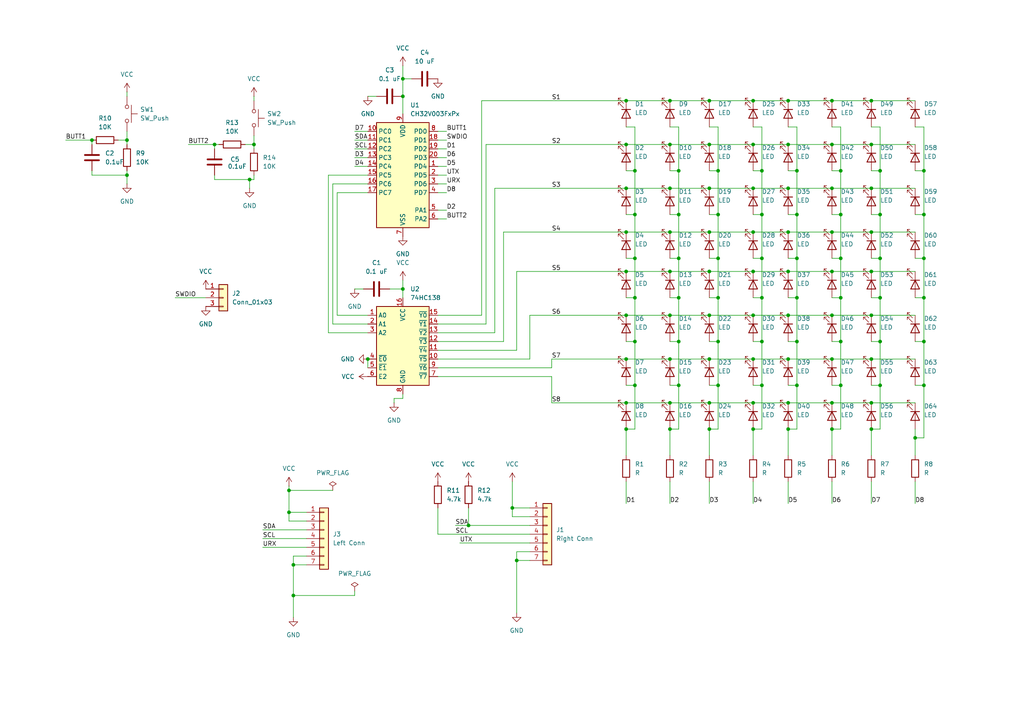
<source format=kicad_sch>
(kicad_sch (version 20250114) (generator "eeschema") (generator_version "9.0")
  (paper "A4")
  (lib_symbols
    (symbol "74xx:74HC138"
      (property "Reference" "U" (at -7.62 13.97 0))
      (property "Value" "74HC138" (at 2.54 -11.43 0))
      (symbol "74HC138_1_1"
        (pin input line (at -10.16 10.16 0) (length 2.54) (name "A0") (number "1"))
        (pin input line (at -10.16 7.62 0) (length 2.54) (name "A1") (number "2"))
        (pin input line (at -10.16 5.08 0) (length 2.54) (name "A2") (number "3"))
        (pin input line (at -10.16 -2.54 0) (length 2.54) (name "~{E0}") (number "4"))
        (pin input line (at -10.16 -5.08 0) (length 2.54) (name "~{E1}") (number "5"))
        (pin input line (at -10.16 -7.62 0) (length 2.54) (name "E2") (number "6"))
        (pin power_in line (at 0 15.24 270) (length 2.54) (name "VCC") (number "16"))
        (pin power_in line (at 0 -12.7 90) (length 2.54) (name "GND") (number "8"))
        (pin output line (at 10.16 10.16 180) (length 2.54) (name "~{Y0}") (number "15"))
        (pin output line (at 10.16 7.62 180) (length 2.54) (name "~{Y1}") (number "14"))
        (pin output line (at 10.16 5.08 180) (length 2.54) (name "~{Y2}") (number "13"))
        (pin output line (at 10.16 2.54 180) (length 2.54) (name "~{Y3}") (number "12"))
        (pin output line (at 10.16 0 180) (length 2.54) (name "~{Y4}") (number "11"))
        (pin output line (at 10.16 -2.54 180) (length 2.54) (name "~{Y5}") (number "10"))
        (pin output line (at 10.16 -5.08 180) (length 2.54) (name "~{Y6}") (number "9"))
        (pin output line (at 10.16 -7.62 180) (length 2.54) (name "~{Y7}") (number "7"))
      )
    )
    (symbol "Connector_Generic:Conn_01x03" (pin_names (offset 1.016) (hide yes))
      (property "Reference" "J" (at 0 5.08 0))
      (property "Value" "Conn_01x03" (at 0 -5.08 0))
      (symbol "Conn_01x03_1_1"
        (pin passive line (at -5.08 2.54 0) (length 3.81) (name "Pin_1") (number "1"))
        (pin passive line (at -5.08 0 0) (length 3.81) (name "Pin_2") (number "2"))
        (pin passive line (at -5.08 -2.54 0) (length 3.81) (name "Pin_3") (number "3"))
      )
    )
    (symbol "Connector_Generic:Conn_01x07" (pin_names (offset 1.016) (hide yes))
      (property "Reference" "J" (at 0 10.16 0))
      (property "Value" "Conn_01x07" (at 0 -10.16 0))
      (symbol "Conn_01x07_1_1"
        (pin passive line (at -5.08 7.62 0) (length 3.81) (name "Pin_1") (number "1"))
        (pin passive line (at -5.08 5.08 0) (length 3.81) (name "Pin_2") (number "2"))
        (pin passive line (at -5.08 2.54 0) (length 3.81) (name "Pin_3") (number "3"))
        (pin passive line (at -5.08 0 0) (length 3.81) (name "Pin_4") (number "4"))
        (pin passive line (at -5.08 -2.54 0) (length 3.81) (name "Pin_5") (number "5"))
        (pin passive line (at -5.08 -5.08 0) (length 3.81) (name "Pin_6") (number "6"))
        (pin passive line (at -5.08 -7.62 0) (length 3.81) (name "Pin_7") (number "7"))
      )
    )
    (symbol "Device:C" (pin_numbers (hide yes)) (pin_names (offset 0.254))
      (property "Reference" "C" (at 0.635 2.54 0))
      (property "Value" "C" (at 0.635 -2.54 0))
      (symbol "C_1_1"
        (pin passive line (at 0 3.81 270) (length 2.794) (name "~") (number "1"))
        (pin passive line (at 0 -3.81 90) (length 2.794) (name "~") (number "2"))
      )
    )
    (symbol "Device:LED" (pin_numbers (hide yes)) (pin_names (offset 1.016) (hide yes))
      (property "Reference" "D" (at 0 2.54 0))
      (property "Value" "LED" (at 0 -2.54 0))
      (symbol "LED_1_1"
        (pin passive line (at -3.81 0 0) (length 2.54) (name "K") (number "1"))
        (pin passive line (at 3.81 0 180) (length 2.54) (name "A") (number "2"))
      )
    )
    (symbol "Device:R" (pin_numbers (hide yes)) (pin_names (offset 0))
      (property "Reference" "R" (at 2.032 0 90))
      (property "Value" "R" (at 0 0 90))
      (symbol "R_1_1"
        (pin passive line (at 0 3.81 270) (length 1.27) (name "~") (number "1"))
        (pin passive line (at 0 -3.81 90) (length 1.27) (name "~") (number "2"))
      )
    )
    (symbol "MCU_WCH_CH32V0:CH32V003FxPx"
      (property "Reference" "U" (at -7.62 17.78 0))
      (property "Value" "CH32V003FxPx" (at 7.62 17.78 0))
      (symbol "CH32V003FxPx_1_1"
        (pin bidirectional line (at -10.16 12.7 0) (length 2.54) (name "PC0") (number "10"))
        (pin bidirectional line (at -10.16 10.16 0) (length 2.54) (name "PC1") (number "11"))
        (pin bidirectional line (at -10.16 7.62 0) (length 2.54) (name "PC2") (number "12"))
        (pin bidirectional line (at -10.16 5.08 0) (length 2.54) (name "PC3") (number "13"))
        (pin bidirectional line (at -10.16 2.54 0) (length 2.54) (name "PC4") (number "14"))
        (pin bidirectional line (at -10.16 0 0) (length 2.54) (name "PC5") (number "15"))
        (pin bidirectional line (at -10.16 -2.54 0) (length 2.54) (name "PC6") (number "16"))
        (pin bidirectional line (at -10.16 -5.08 0) (length 2.54) (name "PC7") (number "17"))
        (pin power_in line (at 0 17.78 270) (length 2.54) (name "VDD") (number "9"))
        (pin power_in line (at 0 -17.78 90) (length 2.54) (name "VSS") (number "7"))
        (pin bidirectional line (at 10.16 12.7 180) (length 2.54) (name "PD0") (number "8"))
        (pin bidirectional line (at 10.16 10.16 180) (length 2.54) (name "PD1") (number "18"))
        (pin bidirectional line (at 10.16 7.62 180) (length 2.54) (name "PD2") (number "19"))
        (pin bidirectional line (at 10.16 5.08 180) (length 2.54) (name "PD3") (number "20"))
        (pin bidirectional line (at 10.16 2.54 180) (length 2.54) (name "PD4") (number "1"))
        (pin bidirectional line (at 10.16 0 180) (length 2.54) (name "PD5") (number "2"))
        (pin bidirectional line (at 10.16 -2.54 180) (length 2.54) (name "PD6") (number "3"))
        (pin bidirectional line (at 10.16 -5.08 180) (length 2.54) (name "PD7") (number "4"))
        (pin bidirectional line (at 10.16 -10.16 180) (length 2.54) (name "PA1") (number "5"))
        (pin bidirectional line (at 10.16 -12.7 180) (length 2.54) (name "PA2") (number "6"))
      )
    )
    (symbol "Switch:SW_Push" (pin_numbers (hide yes)) (pin_names (offset 1.016) (hide yes))
      (property "Reference" "SW" (at 1.27 2.54 0))
      (property "Value" "SW_Push" (at 0 -1.524 0))
      (symbol "SW_Push_0_1"
        (pin passive line (at -5.08 0 0) (length 2.54) (name "1") (number "1"))
        (pin passive line (at 5.08 0 180) (length 2.54) (name "2") (number "2"))
      )
    )
    (symbol "power:GND" (power) (pin_numbers (hide yes)) (pin_names (offset 0) (hide yes))
      (property "Value" "GND" (at 0 -3.81 0))
      (symbol "GND_1_1"
        (pin power_in line (at 0 0 270) (length 0) (name "~") (number "1"))
      )
    )
    (symbol "power:PWR_FLAG" (power) (pin_numbers (hide yes)) (pin_names (offset 0) (hide yes))
      (property "Value" "PWR_FLAG" (at 0 3.81 0))
      (symbol "PWR_FLAG_0_0"
        (pin power_out line (at 0 0 90) (length 0) (name "~") (number "1"))
      )
    )
    (symbol "power:VCC" (power) (pin_numbers (hide yes)) (pin_names (offset 0) (hide yes))
      (property "Value" "VCC" (at 0 3.556 0))
      (symbol "VCC_1_1"
        (pin power_in line (at 0 0 90) (length 0) (name "~") (number "1"))
      )
    )
  )
  (junction (at 36.83 50.8))
  (junction (at 181.61 41.91))
  (junction (at 267.97 111.76))
  (junction (at 231.14 74.93))
  (junction (at 241.3 116.84))
  (junction (at 218.44 124.46))
  (junction (at 208.28 86.36))
  (junction (at 194.31 67.31))
  (junction (at 218.44 78.74))
  (junction (at 194.31 124.46))
  (junction (at 184.15 99.06))
  (junction (at 205.74 116.84))
  (junction (at 252.73 124.46))
  (junction (at 241.3 67.31))
  (junction (at 218.44 29.21))
  (junction (at 36.83 40.64))
  (junction (at 255.27 86.36))
  (junction (at 252.73 54.61))
  (junction (at 267.97 86.36))
  (junction (at 184.15 111.76))
  (junction (at 196.85 99.06))
  (junction (at 267.97 49.53))
  (junction (at 205.74 104.14))
  (junction (at 106.68 104.14))
  (junction (at 135.89 152.4))
  (junction (at 218.44 91.44))
  (junction (at 85.09 172.72))
  (junction (at 194.31 78.74))
  (junction (at 116.84 27.94))
  (junction (at 252.73 104.14))
  (junction (at 208.28 111.76))
  (junction (at 218.44 67.31))
  (junction (at 255.27 49.53))
  (junction (at 218.44 54.61))
  (junction (at 265.43 127))
  (junction (at 220.98 62.23))
  (junction (at 208.28 74.93))
  (junction (at 181.61 104.14))
  (junction (at 220.98 111.76))
  (junction (at 231.14 111.76))
  (junction (at 194.31 54.61))
  (junction (at 194.31 116.84))
  (junction (at 241.3 91.44))
  (junction (at 83.82 142.24))
  (junction (at 205.74 78.74))
  (junction (at 196.85 74.93))
  (junction (at 243.84 86.36))
  (junction (at 184.15 49.53))
  (junction (at 194.31 91.44))
  (junction (at 184.15 62.23))
  (junction (at 116.84 22.86))
  (junction (at 241.3 41.91))
  (junction (at 243.84 99.06))
  (junction (at 62.23 41.91))
  (junction (at 231.14 49.53))
  (junction (at 208.28 99.06))
  (junction (at 73.66 41.91))
  (junction (at 194.31 29.21))
  (junction (at 184.15 74.93))
  (junction (at 196.85 111.76))
  (junction (at 116.84 83.82))
  (junction (at 267.97 62.23))
  (junction (at 228.6 41.91))
  (junction (at 181.61 78.74))
  (junction (at 196.85 62.23))
  (junction (at 149.86 162.56))
  (junction (at 205.74 67.31))
  (junction (at 243.84 111.76))
  (junction (at 72.39 52.07))
  (junction (at 228.6 54.61))
  (junction (at 243.84 49.53))
  (junction (at 252.73 41.91))
  (junction (at 241.3 54.61))
  (junction (at 231.14 99.06))
  (junction (at 208.28 49.53))
  (junction (at 228.6 116.84))
  (junction (at 252.73 78.74))
  (junction (at 241.3 124.46))
  (junction (at 205.74 54.61))
  (junction (at 181.61 67.31))
  (junction (at 181.61 54.61))
  (junction (at 231.14 62.23))
  (junction (at 252.73 116.84))
  (junction (at 241.3 29.21))
  (junction (at 220.98 49.53))
  (junction (at 205.74 29.21))
  (junction (at 26.67 40.64))
  (junction (at 243.84 62.23))
  (junction (at 205.74 91.44))
  (junction (at 181.61 116.84))
  (junction (at 243.84 74.93))
  (junction (at 241.3 78.74))
  (junction (at 228.6 104.14))
  (junction (at 208.28 62.23))
  (junction (at 228.6 67.31))
  (junction (at 252.73 67.31))
  (junction (at 228.6 124.46))
  (junction (at 228.6 29.21))
  (junction (at 252.73 29.21))
  (junction (at 267.97 99.06))
  (junction (at 220.98 86.36))
  (junction (at 218.44 104.14))
  (junction (at 85.09 163.83))
  (junction (at 220.98 74.93))
  (junction (at 194.31 104.14))
  (junction (at 255.27 99.06))
  (junction (at 228.6 78.74))
  (junction (at 196.85 86.36))
  (junction (at 252.73 91.44))
  (junction (at 181.61 91.44))
  (junction (at 205.74 124.46))
  (junction (at 220.98 99.06))
  (junction (at 194.31 41.91))
  (junction (at 255.27 74.93))
  (junction (at 181.61 29.21))
  (junction (at 218.44 41.91))
  (junction (at 205.74 41.91))
  (junction (at 228.6 91.44))
  (junction (at 241.3 104.14))
  (junction (at 83.82 148.59))
  (junction (at 218.44 116.84))
  (junction (at 181.61 124.46))
  (junction (at 231.14 86.36))
  (junction (at 148.59 147.32))
  (junction (at 255.27 62.23))
  (junction (at 267.97 74.93))
  (junction (at 196.85 49.53))
  (junction (at 255.27 111.76))
  (junction (at 184.15 86.36))
  (wire (pts (xy 36.83 40.64) (xy 36.83 41.91)))
  (wire (pts (xy 231.14 62.23) (xy 231.14 49.53)))
  (wire (pts (xy 255.27 36.83) (xy 255.27 49.53)))
  (wire (pts (xy 265.43 139.7) (xy 265.43 146.05)))
  (wire (pts (xy 127 50.8) (xy 129.54 50.8)))
  (wire (pts (xy 196.85 86.36) (xy 196.85 74.93)))
  (wire (pts (xy 218.44 67.31) (xy 228.6 67.31)))
  (wire (pts (xy 83.82 140.97) (xy 83.82 142.24)))
  (wire (pts (xy 220.98 86.36) (xy 218.44 86.36)))
  (wire (pts (xy 127 109.22) (xy 160.02 109.22)))
  (wire (pts (xy 184.15 74.93) (xy 184.15 62.23)))
  (wire (pts (xy 116.84 27.94) (xy 116.84 33.02)))
  (wire (pts (xy 252.73 124.46) (xy 255.27 124.46)))
  (wire (pts (xy 127 101.6) (xy 149.86 101.6)))
  (wire (pts (xy 228.6 91.44) (xy 241.3 91.44)))
  (wire (pts (xy 71.12 41.91) (xy 73.66 41.91)))
  (wire (pts (xy 220.98 62.23) (xy 218.44 62.23)))
  (wire (pts (xy 220.98 36.83) (xy 218.44 36.83)))
  (wire (pts (xy 220.98 99.06) (xy 220.98 86.36)))
  (wire (pts (xy 231.14 111.76) (xy 231.14 99.06)))
  (wire (pts (xy 265.43 124.46) (xy 265.43 127)))
  (wire (pts (xy 83.82 148.59) (xy 83.82 151.13)))
  (wire (pts (xy 218.44 78.74) (xy 228.6 78.74)))
  (wire (pts (xy 252.73 67.31) (xy 265.43 67.31)))
  (wire (pts (xy 184.15 99.06) (xy 184.15 86.36)))
  (wire (pts (xy 252.73 78.74) (xy 265.43 78.74)))
  (wire (pts (xy 62.23 50.8) (xy 62.23 52.07)))
  (wire (pts (xy 95.25 50.8) (xy 106.68 50.8)))
  (wire (pts (xy 96.52 53.34) (xy 106.68 53.34)))
  (wire (pts (xy 83.82 148.59) (xy 88.9 148.59)))
  (wire (pts (xy 127 147.32) (xy 127 154.94)))
  (wire (pts (xy 243.84 74.93) (xy 243.84 62.23)))
  (wire (pts (xy 252.73 124.46) (xy 252.73 132.08)))
  (wire (pts (xy 208.28 86.36) (xy 208.28 74.93)))
  (wire (pts (xy 228.6 29.21) (xy 241.3 29.21)))
  (wire (pts (xy 231.14 49.53) (xy 231.14 36.83)))
  (wire (pts (xy 73.66 27.94) (xy 73.66 29.21)))
  (wire (pts (xy 146.05 99.06) (xy 146.05 67.31)))
  (wire (pts (xy 149.86 162.56) (xy 153.67 162.56)))
  (wire (pts (xy 194.31 67.31) (xy 205.74 67.31)))
  (wire (pts (xy 228.6 116.84) (xy 241.3 116.84)))
  (wire (pts (xy 220.98 124.46) (xy 220.98 111.76)))
  (wire (pts (xy 231.14 111.76) (xy 228.6 111.76)))
  (wire (pts (xy 220.98 74.93) (xy 220.98 62.23)))
  (wire (pts (xy 267.97 62.23) (xy 267.97 74.93)))
  (wire (pts (xy 34.29 40.64) (xy 36.83 40.64)))
  (wire (pts (xy 116.84 22.86) (xy 119.38 22.86)))
  (wire (pts (xy 265.43 111.76) (xy 267.97 111.76)))
  (wire (pts (xy 205.74 124.46) (xy 205.74 132.08)))
  (wire (pts (xy 127 45.72) (xy 129.54 45.72)))
  (wire (pts (xy 228.6 67.31) (xy 241.3 67.31)))
  (wire (pts (xy 241.3 29.21) (xy 252.73 29.21)))
  (wire (pts (xy 205.74 91.44) (xy 218.44 91.44)))
  (wire (pts (xy 184.15 111.76) (xy 184.15 99.06)))
  (wire (pts (xy 96.52 93.98) (xy 96.52 53.34)))
  (wire (pts (xy 265.43 49.53) (xy 267.97 49.53)))
  (wire (pts (xy 102.87 38.1) (xy 106.68 38.1)))
  (wire (pts (xy 220.98 86.36) (xy 220.98 74.93)))
  (wire (pts (xy 205.74 54.61) (xy 218.44 54.61)))
  (wire (pts (xy 243.84 124.46) (xy 243.84 111.76)))
  (wire (pts (xy 139.7 91.44) (xy 139.7 29.21)))
  (wire (pts (xy 231.14 36.83) (xy 228.6 36.83)))
  (wire (pts (xy 95.25 96.52) (xy 106.68 96.52)))
  (wire (pts (xy 194.31 78.74) (xy 205.74 78.74)))
  (wire (pts (xy 148.59 147.32) (xy 148.59 149.86)))
  (wire (pts (xy 243.84 86.36) (xy 243.84 74.93)))
  (wire (pts (xy 160.02 109.22) (xy 160.02 116.84)))
  (wire (pts (xy 127 96.52) (xy 143.51 96.52)))
  (wire (pts (xy 83.82 151.13) (xy 88.9 151.13)))
  (wire (pts (xy 143.51 54.61) (xy 181.61 54.61)))
  (wire (pts (xy 205.74 146.05) (xy 205.74 139.7)))
  (wire (pts (xy 228.6 104.14) (xy 241.3 104.14)))
  (wire (pts (xy 205.74 49.53) (xy 208.28 49.53)))
  (wire (pts (xy 127 55.88) (xy 129.54 55.88)))
  (wire (pts (xy 127 93.98) (xy 140.97 93.98)))
  (wire (pts (xy 243.84 62.23) (xy 243.84 49.53)))
  (wire (pts (xy 196.85 99.06) (xy 194.31 99.06)))
  (wire (pts (xy 54.61 41.91) (xy 62.23 41.91)))
  (wire (pts (xy 241.3 78.74) (xy 252.73 78.74)))
  (wire (pts (xy 196.85 49.53) (xy 196.85 36.83)))
  (wire (pts (xy 196.85 124.46) (xy 196.85 111.76)))
  (wire (pts (xy 196.85 62.23) (xy 194.31 62.23)))
  (wire (pts (xy 127 154.94) (xy 153.67 154.94)))
  (wire (pts (xy 149.86 160.02) (xy 149.86 162.56)))
  (wire (pts (xy 83.82 142.24) (xy 83.82 148.59)))
  (wire (pts (xy 132.08 152.4) (xy 135.89 152.4)))
  (wire (pts (xy 184.15 49.53) (xy 181.61 49.53)))
  (wire (pts (xy 208.28 111.76) (xy 205.74 111.76)))
  (wire (pts (xy 252.73 104.14) (xy 265.43 104.14)))
  (wire (pts (xy 97.79 55.88) (xy 97.79 91.44)))
  (wire (pts (xy 208.28 62.23) (xy 208.28 49.53)))
  (wire (pts (xy 196.85 62.23) (xy 196.85 49.53)))
  (wire (pts (xy 231.14 49.53) (xy 228.6 49.53)))
  (wire (pts (xy 181.61 41.91) (xy 194.31 41.91)))
  (wire (pts (xy 205.74 78.74) (xy 218.44 78.74)))
  (wire (pts (xy 194.31 139.7) (xy 194.31 146.05)))
  (wire (pts (xy 252.73 91.44) (xy 265.43 91.44)))
  (wire (pts (xy 149.86 162.56) (xy 149.86 177.8)))
  (wire (pts (xy 241.3 54.61) (xy 252.73 54.61)))
  (wire (pts (xy 181.61 67.31) (xy 194.31 67.31)))
  (wire (pts (xy 181.61 78.74) (xy 194.31 78.74)))
  (wire (pts (xy 220.98 111.76) (xy 218.44 111.76)))
  (wire (pts (xy 50.8 86.36) (xy 59.69 86.36)))
  (wire (pts (xy 116.84 19.05) (xy 116.84 22.86)))
  (wire (pts (xy 184.15 49.53) (xy 184.15 36.83)))
  (wire (pts (xy 116.84 115.57) (xy 116.84 114.3)))
  (wire (pts (xy 243.84 86.36) (xy 241.3 86.36)))
  (wire (pts (xy 220.98 99.06) (xy 218.44 99.06)))
  (wire (pts (xy 255.27 74.93) (xy 255.27 62.23)))
  (wire (pts (xy 255.27 49.53) (xy 252.73 49.53)))
  (wire (pts (xy 73.66 39.37) (xy 73.66 41.91)))
  (wire (pts (xy 102.87 83.82) (xy 105.41 83.82)))
  (wire (pts (xy 243.84 49.53) (xy 241.3 49.53)))
  (wire (pts (xy 196.85 74.93) (xy 194.31 74.93)))
  (wire (pts (xy 194.31 124.46) (xy 194.31 132.08)))
  (wire (pts (xy 72.39 52.07) (xy 72.39 54.61)))
  (wire (pts (xy 26.67 49.53) (xy 26.67 50.8)))
  (wire (pts (xy 220.98 111.76) (xy 220.98 99.06)))
  (wire (pts (xy 267.97 36.83) (xy 267.97 49.53)))
  (wire (pts (xy 181.61 91.44) (xy 194.31 91.44)))
  (wire (pts (xy 265.43 62.23) (xy 267.97 62.23)))
  (wire (pts (xy 196.85 99.06) (xy 196.85 86.36)))
  (wire (pts (xy 181.61 104.14) (xy 194.31 104.14)))
  (wire (pts (xy 76.2 156.21) (xy 88.9 156.21)))
  (wire (pts (xy 36.83 38.1) (xy 36.83 40.64)))
  (wire (pts (xy 194.31 124.46) (xy 196.85 124.46)))
  (wire (pts (xy 140.97 41.91) (xy 181.61 41.91)))
  (wire (pts (xy 241.3 124.46) (xy 243.84 124.46)))
  (wire (pts (xy 184.15 86.36) (xy 181.61 86.36)))
  (wire (pts (xy 265.43 86.36) (xy 267.97 86.36)))
  (wire (pts (xy 181.61 116.84) (xy 194.31 116.84)))
  (wire (pts (xy 252.73 29.21) (xy 265.43 29.21)))
  (wire (pts (xy 129.54 40.64) (xy 127 40.64)))
  (wire (pts (xy 208.28 74.93) (xy 208.28 62.23)))
  (wire (pts (xy 267.97 74.93) (xy 267.97 86.36)))
  (wire (pts (xy 85.09 163.83) (xy 85.09 172.72)))
  (wire (pts (xy 184.15 62.23) (xy 181.61 62.23)))
  (wire (pts (xy 243.84 111.76) (xy 243.84 99.06)))
  (wire (pts (xy 63.5 41.91) (xy 62.23 41.91)))
  (wire (pts (xy 97.79 55.88) (xy 106.68 55.88)))
  (wire (pts (xy 85.09 161.29) (xy 88.9 161.29)))
  (wire (pts (xy 208.28 74.93) (xy 205.74 74.93)))
  (wire (pts (xy 184.15 74.93) (xy 181.61 74.93)))
  (wire (pts (xy 265.43 99.06) (xy 267.97 99.06)))
  (wire (pts (xy 184.15 62.23) (xy 184.15 49.53)))
  (wire (pts (xy 252.73 116.84) (xy 265.43 116.84)))
  (wire (pts (xy 149.86 101.6) (xy 149.86 78.74)))
  (wire (pts (xy 208.28 111.76) (xy 208.28 99.06)))
  (wire (pts (xy 194.31 104.14) (xy 205.74 104.14)))
  (wire (pts (xy 228.6 146.05) (xy 228.6 139.7)))
  (wire (pts (xy 106.68 104.14) (xy 106.68 106.68)))
  (wire (pts (xy 218.44 41.91) (xy 228.6 41.91)))
  (wire (pts (xy 208.28 99.06) (xy 205.74 99.06)))
  (wire (pts (xy 73.66 52.07) (xy 72.39 52.07)))
  (wire (pts (xy 243.84 111.76) (xy 241.3 111.76)))
  (wire (pts (xy 267.97 49.53) (xy 267.97 62.23)))
  (wire (pts (xy 181.61 124.46) (xy 184.15 124.46)))
  (wire (pts (xy 252.73 111.76) (xy 255.27 111.76)))
  (wire (pts (xy 116.84 81.28) (xy 116.84 83.82)))
  (wire (pts (xy 85.09 172.72) (xy 85.09 179.07)))
  (wire (pts (xy 76.2 153.67) (xy 88.9 153.67)))
  (wire (pts (xy 148.59 149.86) (xy 153.67 149.86)))
  (wire (pts (xy 36.83 50.8) (xy 36.83 53.34)))
  (wire (pts (xy 218.44 29.21) (xy 228.6 29.21)))
  (wire (pts (xy 241.3 41.91) (xy 252.73 41.91)))
  (wire (pts (xy 26.67 40.64) (xy 26.67 41.91)))
  (wire (pts (xy 96.52 93.98) (xy 106.68 93.98)))
  (wire (pts (xy 127 91.44) (xy 139.7 91.44)))
  (wire (pts (xy 149.86 160.02) (xy 153.67 160.02)))
  (wire (pts (xy 85.09 161.29) (xy 85.09 163.83)))
  (wire (pts (xy 153.67 104.14) (xy 153.67 91.44)))
  (wire (pts (xy 218.44 146.05) (xy 218.44 139.7)))
  (wire (pts (xy 184.15 36.83) (xy 181.61 36.83)))
  (wire (pts (xy 205.74 67.31) (xy 218.44 67.31)))
  (wire (pts (xy 218.44 124.46) (xy 218.44 132.08)))
  (wire (pts (xy 97.79 91.44) (xy 106.68 91.44)))
  (wire (pts (xy 135.89 152.4) (xy 153.67 152.4)))
  (wire (pts (xy 127 38.1) (xy 129.54 38.1)))
  (wire (pts (xy 243.84 99.06) (xy 241.3 99.06)))
  (wire (pts (xy 255.27 111.76) (xy 255.27 99.06)))
  (wire (pts (xy 228.6 124.46) (xy 231.14 124.46)))
  (wire (pts (xy 148.59 139.7) (xy 148.59 147.32)))
  (wire (pts (xy 267.97 111.76) (xy 267.97 127)))
  (wire (pts (xy 96.52 142.24) (xy 83.82 142.24)))
  (wire (pts (xy 127 99.06) (xy 146.05 99.06)))
  (wire (pts (xy 148.59 147.32) (xy 153.67 147.32)))
  (wire (pts (xy 265.43 36.83) (xy 267.97 36.83)))
  (wire (pts (xy 241.3 124.46) (xy 241.3 132.08)))
  (wire (pts (xy 267.97 99.06) (xy 267.97 111.76)))
  (wire (pts (xy 196.85 111.76) (xy 196.85 99.06)))
  (wire (pts (xy 116.84 22.86) (xy 116.84 27.94)))
  (wire (pts (xy 139.7 29.21) (xy 181.61 29.21)))
  (wire (pts (xy 218.44 104.14) (xy 228.6 104.14)))
  (wire (pts (xy 231.14 99.06) (xy 228.6 99.06)))
  (wire (pts (xy 194.31 29.21) (xy 205.74 29.21)))
  (wire (pts (xy 205.74 41.91) (xy 218.44 41.91)))
  (wire (pts (xy 194.31 41.91) (xy 205.74 41.91)))
  (wire (pts (xy 255.27 49.53) (xy 255.27 62.23)))
  (wire (pts (xy 194.31 116.84) (xy 205.74 116.84)))
  (wire (pts (xy 196.85 49.53) (xy 194.31 49.53)))
  (wire (pts (xy 129.54 60.96) (xy 127 60.96)))
  (wire (pts (xy 76.2 158.75) (xy 88.9 158.75)))
  (wire (pts (xy 208.28 62.23) (xy 205.74 62.23)))
  (wire (pts (xy 106.68 27.94) (xy 109.22 27.94)))
  (wire (pts (xy 208.28 36.83) (xy 205.74 36.83)))
  (wire (pts (xy 220.98 49.53) (xy 218.44 49.53)))
  (wire (pts (xy 181.61 124.46) (xy 181.61 132.08)))
  (wire (pts (xy 196.85 111.76) (xy 194.31 111.76)))
  (wire (pts (xy 241.3 116.84) (xy 252.73 116.84)))
  (wire (pts (xy 19.05 40.64) (xy 26.67 40.64)))
  (wire (pts (xy 252.73 99.06) (xy 255.27 99.06)))
  (wire (pts (xy 85.09 163.83) (xy 88.9 163.83)))
  (wire (pts (xy 218.44 91.44) (xy 228.6 91.44)))
  (wire (pts (xy 252.73 146.05) (xy 252.73 139.7)))
  (wire (pts (xy 62.23 41.91) (xy 62.23 43.18)))
  (wire (pts (xy 102.87 40.64) (xy 106.68 40.64)))
  (wire (pts (xy 116.84 83.82) (xy 116.84 86.36)))
  (wire (pts (xy 184.15 99.06) (xy 181.61 99.06)))
  (wire (pts (xy 220.98 49.53) (xy 220.98 36.83)))
  (wire (pts (xy 243.84 62.23) (xy 241.3 62.23)))
  (wire (pts (xy 231.14 99.06) (xy 231.14 86.36)))
  (wire (pts (xy 231.14 86.36) (xy 228.6 86.36)))
  (wire (pts (xy 62.23 52.07) (xy 72.39 52.07)))
  (wire (pts (xy 267.97 127) (xy 265.43 127)))
  (wire (pts (xy 205.74 104.14) (xy 218.44 104.14)))
  (wire (pts (xy 265.43 127) (xy 265.43 132.08)))
  (wire (pts (xy 218.44 124.46) (xy 220.98 124.46)))
  (wire (pts (xy 231.14 124.46) (xy 231.14 111.76)))
  (wire (pts (xy 231.14 86.36) (xy 231.14 74.93)))
  (wire (pts (xy 184.15 111.76) (xy 181.61 111.76)))
  (wire (pts (xy 208.28 124.46) (xy 208.28 111.76)))
  (wire (pts (xy 143.51 96.52) (xy 143.51 54.61)))
  (wire (pts (xy 205.74 116.84) (xy 218.44 116.84)))
  (wire (pts (xy 218.44 116.84) (xy 228.6 116.84)))
  (wire (pts (xy 243.84 99.06) (xy 243.84 86.36)))
  (wire (pts (xy 243.84 49.53) (xy 243.84 36.83)))
  (wire (pts (xy 146.05 67.31) (xy 181.61 67.31)))
  (wire (pts (xy 205.74 29.21) (xy 218.44 29.21)))
  (wire (pts (xy 135.89 147.32) (xy 135.89 152.4)))
  (wire (pts (xy 265.43 74.93) (xy 267.97 74.93)))
  (wire (pts (xy 140.97 93.98) (xy 140.97 41.91)))
  (wire (pts (xy 102.87 172.72) (xy 102.87 171.45)))
  (wire (pts (xy 129.54 43.18) (xy 127 43.18)))
  (wire (pts (xy 252.73 74.93) (xy 255.27 74.93)))
  (wire (pts (xy 184.15 124.46) (xy 184.15 111.76)))
  (wire (pts (xy 95.25 50.8) (xy 95.25 96.52)))
  (wire (pts (xy 231.14 62.23) (xy 228.6 62.23)))
  (wire (pts (xy 220.98 74.93) (xy 218.44 74.93)))
  (wire (pts (xy 196.85 74.93) (xy 196.85 62.23)))
  (wire (pts (xy 181.61 54.61) (xy 194.31 54.61)))
  (wire (pts (xy 243.84 36.83) (xy 241.3 36.83)))
  (wire (pts (xy 160.02 116.84) (xy 181.61 116.84)))
  (wire (pts (xy 231.14 74.93) (xy 228.6 74.93)))
  (wire (pts (xy 255.27 99.06) (xy 255.27 86.36)))
  (wire (pts (xy 127 104.14) (xy 153.67 104.14)))
  (wire (pts (xy 267.97 86.36) (xy 267.97 99.06)))
  (wire (pts (xy 102.87 43.18) (xy 106.68 43.18)))
  (wire (pts (xy 153.67 91.44) (xy 181.61 91.44)))
  (wire (pts (xy 181.61 29.21) (xy 194.31 29.21)))
  (wire (pts (xy 73.66 50.8) (xy 73.66 52.07)))
  (wire (pts (xy 252.73 36.83) (xy 255.27 36.83)))
  (wire (pts (xy 160.02 106.68) (xy 160.02 104.14)))
  (wire (pts (xy 113.03 83.82) (xy 116.84 83.82)))
  (wire (pts (xy 102.87 48.26) (xy 106.68 48.26)))
  (wire (pts (xy 255.27 86.36) (xy 255.27 74.93)))
  (wire (pts (xy 205.74 124.46) (xy 208.28 124.46)))
  (wire (pts (xy 252.73 62.23) (xy 255.27 62.23)))
  (wire (pts (xy 231.14 74.93) (xy 231.14 62.23)))
  (wire (pts (xy 133.35 157.48) (xy 153.67 157.48)))
  (wire (pts (xy 194.31 54.61) (xy 205.74 54.61)))
  (wire (pts (xy 241.3 139.7) (xy 241.3 146.05)))
  (wire (pts (xy 36.83 26.67) (xy 36.83 27.94)))
  (wire (pts (xy 255.27 124.46) (xy 255.27 111.76)))
  (wire (pts (xy 160.02 104.14) (xy 181.61 104.14)))
  (wire (pts (xy 208.28 99.06) (xy 208.28 86.36)))
  (wire (pts (xy 208.28 49.53) (xy 208.28 36.83)))
  (wire (pts (xy 252.73 86.36) (xy 255.27 86.36)))
  (wire (pts (xy 196.85 86.36) (xy 194.31 86.36)))
  (wire (pts (xy 252.73 41.91) (xy 265.43 41.91)))
  (wire (pts (xy 73.66 41.91) (xy 73.66 43.18)))
  (wire (pts (xy 228.6 124.46) (xy 228.6 132.08)))
  (wire (pts (xy 149.86 78.74) (xy 181.61 78.74)))
  (wire (pts (xy 127 106.68) (xy 160.02 106.68)))
  (wire (pts (xy 252.73 54.61) (xy 265.43 54.61)))
  (wire (pts (xy 194.31 91.44) (xy 205.74 91.44)))
  (wire (pts (xy 127 48.26) (xy 129.54 48.26)))
  (wire (pts (xy 228.6 78.74) (xy 241.3 78.74)))
  (wire (pts (xy 241.3 104.14) (xy 252.73 104.14)))
  (wire (pts (xy 181.61 146.05) (xy 181.61 139.7)))
  (wire (pts (xy 102.87 172.72) (xy 85.09 172.72)))
  (wire (pts (xy 26.67 50.8) (xy 36.83 50.8)))
  (wire (pts (xy 208.28 86.36) (xy 205.74 86.36)))
  (wire (pts (xy 114.3 115.57) (xy 114.3 116.84)))
  (wire (pts (xy 228.6 41.91) (xy 241.3 41.91)))
  (wire (pts (xy 218.44 54.61) (xy 228.6 54.61)))
  (wire (pts (xy 243.84 74.93) (xy 241.3 74.93)))
  (wire (pts (xy 102.87 45.72) (xy 106.68 45.72)))
  (wire (pts (xy 228.6 54.61) (xy 241.3 54.61)))
  (wire (pts (xy 196.85 36.83) (xy 194.31 36.83)))
  (wire (pts (xy 184.15 86.36) (xy 184.15 74.93)))
  (wire (pts (xy 127 53.34) (xy 129.54 53.34)))
  (wire (pts (xy 241.3 67.31) (xy 252.73 67.31)))
  (wire (pts (xy 127 63.5) (xy 129.54 63.5)))
  (wire (pts (xy 241.3 91.44) (xy 252.73 91.44)))
  (wire (pts (xy 220.98 62.23) (xy 220.98 49.53)))
  (wire (pts (xy 114.3 115.57) (xy 116.84 115.57)))
  (wire (pts (xy 36.83 49.53) (xy 36.83 50.8)))
  (label "BUTT2" (at 129.54 63.5 0))
  (label "D5" (at 228.6 146.05 0))
  (label "D8" (at 265.43 146.05 0))
  (label "S6" (at 160.02 91.44 0))
  (label "SDA" (at 132.08 152.4 0))
  (label "D7" (at 102.87 38.1 0))
  (label "BUTT2" (at 54.61 41.91 0))
  (label "D2" (at 194.31 146.05 0))
  (label "BUTT1" (at 19.05 40.64 0))
  (label "UTX" (at 129.54 50.8 0))
  (label "S5" (at 160.02 78.74 0))
  (label "D3" (at 102.87 45.72 0))
  (label "S8" (at 160.02 116.84 0))
  (label "SCL" (at 102.87 43.18 0))
  (label "SDA" (at 76.2 153.67 0))
  (label "D1" (at 181.61 146.05 0))
  (label "URX" (at 76.2 158.75 0))
  (label "SWDIO" (at 129.54 40.64 0))
  (label "D4" (at 102.87 48.26 0))
  (label "UTX" (at 133.35 157.48 0))
  (label "S3" (at 160.02 54.61 0))
  (label "D7" (at 252.73 146.05 0))
  (label "D2" (at 129.54 60.96 0))
  (label "D1" (at 129.54 43.18 0))
  (label "SDA" (at 102.87 40.64 0))
  (label "SCL" (at 132.08 154.94 0))
  (label "S7" (at 160.02 104.14 0))
  (label "URX" (at 129.54 53.34 0))
  (label "D6" (at 241.3 146.05 0))
  (label "SWDIO" (at 50.8 86.36 0))
  (label "S2" (at 160.02 41.91 0))
  (label "D3" (at 205.74 146.05 0))
  (label "D4" (at 218.44 146.05 0))
  (label "D6" (at 129.54 45.72 0))
  (label "BUTT1" (at 129.54 38.1 0))
  (label "S4" (at 160.02 67.31 0))
  (label "D8" (at 129.54 55.88 0))
  (label "SCL" (at 76.2 156.21 0))
  (label "S1" (at 160.02 29.21 0))
  (label "D5" (at 129.54 48.26 0))
  (symbol (lib_id "Device:LED") (at 205.74 45.72 270) (unit 1)
    (property "Reference" "D18" (at 208.28 42.8624 90) (effects (justify left)))
    (property "Value" "LED" (at 208.28 45.4024 90) (effects (justify left)))
    (property "Footprint" "LED_SMD:LED_0805_2012Metric" (effects (hide yes)))
    (property "Description" "Light emitting diode" (effects (hide yes)))
    (property "Sim.Pins" "1=K 2=A" (effects (hide yes)))
  )
  (symbol (lib_id "Device:LED") (at 205.74 71.12 270) (unit 1)
    (property "Reference" "D20" (at 208.28 68.2624 90) (effects (justify left)))
    (property "Value" "LED" (at 208.28 70.8024 90) (effects (justify left)))
    (property "Footprint" "LED_SMD:LED_0805_2012Metric" (effects (hide yes)))
    (property "Description" "Light emitting diode" (effects (hide yes)))
    (property "Sim.Pins" "1=K 2=A" (effects (hide yes)))
  )
  (symbol (lib_id "Connector_Generic:Conn_01x07") (at 158.75 154.94 0) (unit 1)
    (property "Reference" "J1" (at 161.29 153.6699 0) (effects (justify left)))
    (property "Value" "Right Conn" (at 161.29 156.2099 0) (effects (justify left)))
    (property "Footprint" "Connector_PinHeader_2.54mm:PinHeader_1x07_P2.54mm_Vertical" (effects (hide yes)))
    (property "Description" "Generic connector, single row, 01x07, script generated (kicad-library-utils/schlib/autogen/connector/)" (effects (hide yes)))
  )
  (symbol (lib_id "Device:LED") (at 205.74 107.95 270) (unit 1)
    (property "Reference" "D23" (at 208.28 105.0924 90) (effects (justify left)))
    (property "Value" "LED" (at 208.28 107.6324 90) (effects (justify left)))
    (property "Footprint" "LED_SMD:LED_0805_2012Metric" (effects (hide yes)))
    (property "Description" "Light emitting diode" (effects (hide yes)))
    (property "Sim.Pins" "1=K 2=A" (effects (hide yes)))
  )
  (symbol (lib_id "Device:C") (at 113.03 27.94 90) (unit 1)
    (property "Reference" "C3" (at 113.03 20.32 90))
    (property "Value" "0.1 uF" (at 113.03 22.86 90))
    (property "Footprint" "Capacitor_SMD:C_0805_2012Metric_Pad1.18x1.45mm_HandSolder" (effects (hide yes)))
    (property "Description" "bypass capacitor" (effects (hide yes)))
  )
  (symbol (lib_id "Device:LED") (at 241.3 33.02 270) (unit 1)
    (property "Reference" "D41" (at 243.84 30.1624 90) (effects (justify left)))
    (property "Value" "LED" (at 243.84 32.7024 90) (effects (justify left)))
    (property "Footprint" "LED_SMD:LED_0805_2012Metric" (effects (hide yes)))
    (property "Description" "Light emitting diode" (effects (hide yes)))
    (property "Sim.Pins" "1=K 2=A" (effects (hide yes)))
  )
  (symbol (lib_id "Device:LED") (at 194.31 71.12 270) (unit 1)
    (property "Reference" "D12" (at 196.85 68.2624 90) (effects (justify left)))
    (property "Value" "LED" (at 196.85 70.8024 90) (effects (justify left)))
    (property "Footprint" "LED_SMD:LED_0805_2012Metric" (effects (hide yes)))
    (property "Description" "Light emitting diode" (effects (hide yes)))
    (property "Sim.Pins" "1=K 2=A" (effects (hide yes)))
  )
  (symbol (lib_id "Device:R") (at 127 143.51 0) (unit 1)
    (property "Reference" "R11" (at 129.54 142.2399 0) (effects (justify left)))
    (property "Value" "4.7k" (at 129.54 144.7799 0) (effects (justify left)))
    (property "Footprint" "Resistor_SMD:R_0805_2012Metric_Pad1.20x1.40mm_HandSolder" (effects (hide yes)))
    (property "Description" "Resistor" (effects (hide yes)))
  )
  (symbol (lib_id "power:GND") (at 59.69 88.9 0) (unit 1)
    (property "Reference" "#PWR021" (effects (hide yes)))
    (property "Value" "GND" (at 59.69 93.98 0))
    (property "Description" "Power symbol creates a global label with name \"GND\" , ground" (effects (hide yes)))
  )
  (symbol (lib_id "power:GND") (at 116.84 68.58 0) (unit 1)
    (property "Reference" "#PWR06" (effects (hide yes)))
    (property "Value" "GND" (at 116.84 73.66 0))
    (property "Description" "Power symbol creates a global label with name \"GND\" , ground" (effects (hide yes)))
  )
  (symbol (lib_id "Device:LED") (at 241.3 45.72 270) (unit 1)
    (property "Reference" "D42" (at 243.84 42.8624 90) (effects (justify left)))
    (property "Value" "LED" (at 243.84 45.4024 90) (effects (justify left)))
    (property "Footprint" "LED_SMD:LED_0805_2012Metric" (effects (hide yes)))
    (property "Description" "Light emitting diode" (effects (hide yes)))
    (property "Sim.Pins" "1=K 2=A" (effects (hide yes)))
  )
  (symbol (lib_id "Device:LED") (at 181.61 82.55 270) (unit 1)
    (property "Reference" "D5" (at 184.15 79.6924 90) (effects (justify left)))
    (property "Value" "LED" (at 184.15 82.2324 90) (effects (justify left)))
    (property "Footprint" "LED_SMD:LED_0805_2012Metric" (effects (hide yes)))
    (property "Description" "Light emitting diode" (effects (hide yes)))
    (property "Sim.Pins" "1=K 2=A" (effects (hide yes)))
  )
  (symbol (lib_id "Device:LED") (at 218.44 120.65 270) (unit 1)
    (property "Reference" "D32" (at 220.98 117.7924 90) (effects (justify left)))
    (property "Value" "LED" (at 220.98 120.3324 90) (effects (justify left)))
    (property "Footprint" "LED_SMD:LED_0805_2012Metric" (effects (hide yes)))
    (property "Description" "Light emitting diode" (effects (hide yes)))
    (property "Sim.Pins" "1=K 2=A" (effects (hide yes)))
  )
  (symbol (lib_id "Device:R") (at 218.44 135.89 0) (unit 1)
    (property "Reference" "R4" (at 220.98 134.6199 0) (effects (justify left)))
    (property "Value" "R" (at 220.98 137.1599 0) (effects (justify left)))
    (property "Footprint" "Resistor_SMD:R_0805_2012Metric_Pad1.20x1.40mm_HandSolder" (effects (hide yes)))
    (property "Description" "Resistor" (effects (hide yes)))
  )
  (symbol (lib_id "Device:LED") (at 218.44 45.72 270) (unit 1)
    (property "Reference" "D26" (at 220.98 42.8624 90) (effects (justify left)))
    (property "Value" "LED" (at 220.98 45.4024 90) (effects (justify left)))
    (property "Footprint" "LED_SMD:LED_0805_2012Metric" (effects (hide yes)))
    (property "Description" "Light emitting diode" (effects (hide yes)))
    (property "Sim.Pins" "1=K 2=A" (effects (hide yes)))
  )
  (symbol (lib_id "Device:LED") (at 205.74 120.65 270) (unit 1)
    (property "Reference" "D24" (at 208.28 117.7924 90) (effects (justify left)))
    (property "Value" "LED" (at 208.28 120.3324 90) (effects (justify left)))
    (property "Footprint" "LED_SMD:LED_0805_2012Metric" (effects (hide yes)))
    (property "Description" "Light emitting diode" (effects (hide yes)))
    (property "Sim.Pins" "1=K 2=A" (effects (hide yes)))
  )
  (symbol (lib_id "power:VCC") (at 59.69 83.82 0) (unit 1)
    (property "Reference" "#PWR020" (effects (hide yes)))
    (property "Value" "VCC" (at 59.69 78.74 0))
    (property "Description" "Power symbol creates a global label with name \"VCC\"" (effects (hide yes)))
  )
  (symbol (lib_id "power:VCC") (at 135.89 139.7 0) (unit 1)
    (property "Reference" "#PWR012" (effects (hide yes)))
    (property "Value" "VCC" (at 135.89 134.62 0))
    (property "Description" "Power symbol creates a global label with name \"VCC\"" (effects (hide yes)))
  )
  (symbol (lib_id "power:GND") (at 72.39 54.61 0) (unit 1)
    (property "Reference" "#PWR019" (effects (hide yes)))
    (property "Value" "GND" (at 72.39 59.69 0))
    (property "Description" "Power symbol creates a global label with name \"GND\" , ground" (effects (hide yes)))
  )
  (symbol (lib_id "Device:LED") (at 252.73 71.12 270) (unit 1)
    (property "Reference" "D52" (at 255.27 68.2624 90) (effects (justify left)))
    (property "Value" "LED" (at 255.27 70.8024 90) (effects (justify left)))
    (property "Footprint" "LED_SMD:LED_0805_2012Metric" (effects (hide yes)))
    (property "Description" "Light emitting diode" (effects (hide yes)))
    (property "Sim.Pins" "1=K 2=A" (effects (hide yes)))
  )
  (symbol (lib_id "Device:LED") (at 194.31 58.42 270) (unit 1)
    (property "Reference" "D11" (at 196.85 55.5624 90) (effects (justify left)))
    (property "Value" "LED" (at 196.85 58.1024 90) (effects (justify left)))
    (property "Footprint" "LED_SMD:LED_0805_2012Metric" (effects (hide yes)))
    (property "Description" "Light emitting diode" (effects (hide yes)))
    (property "Sim.Pins" "1=K 2=A" (effects (hide yes)))
  )
  (symbol (lib_id "power:VCC") (at 148.59 139.7 0) (unit 1)
    (property "Reference" "#PWR08" (effects (hide yes)))
    (property "Value" "VCC" (at 148.59 134.62 0))
    (property "Description" "Power symbol creates a global label with name \"VCC\"" (effects (hide yes)))
  )
  (symbol (lib_id "Device:LED") (at 252.73 95.25 270) (unit 1)
    (property "Reference" "D54" (at 255.27 92.3924 90) (effects (justify left)))
    (property "Value" "LED" (at 255.27 94.9324 90) (effects (justify left)))
    (property "Footprint" "LED_SMD:LED_0805_2012Metric" (effects (hide yes)))
    (property "Description" "Light emitting diode" (effects (hide yes)))
    (property "Sim.Pins" "1=K 2=A" (effects (hide yes)))
  )
  (symbol (lib_id "Device:R") (at 135.89 143.51 0) (unit 1)
    (property "Reference" "R12" (at 138.43 142.2399 0) (effects (justify left)))
    (property "Value" "4.7k" (at 138.43 144.7799 0) (effects (justify left)))
    (property "Footprint" "Resistor_SMD:R_0805_2012Metric_Pad1.20x1.40mm_HandSolder" (effects (hide yes)))
    (property "Description" "Resistor" (effects (hide yes)))
  )
  (symbol (lib_id "power:VCC") (at 106.68 109.22 90) (unit 1)
    (property "Reference" "#PWR04" (effects (hide yes)))
    (property "Value" "VCC" (at 102.87 109.2199 90) (effects (justify left)))
    (property "Description" "Power symbol creates a global label with name \"VCC\"" (effects (hide yes)))
  )
  (symbol (lib_id "Device:LED") (at 228.6 107.95 270) (unit 1)
    (property "Reference" "D39" (at 231.14 105.0924 90) (effects (justify left)))
    (property "Value" "LED" (at 231.14 107.6324 90) (effects (justify left)))
    (property "Footprint" "LED_SMD:LED_0805_2012Metric" (effects (hide yes)))
    (property "Description" "Light emitting diode" (effects (hide yes)))
    (property "Sim.Pins" "1=K 2=A" (effects (hide yes)))
  )
  (symbol (lib_id "Device:C") (at 26.67 45.72 0) (unit 1)
    (property "Reference" "C2" (at 30.48 44.4499 0) (effects (justify left)))
    (property "Value" "0.1uF" (at 30.48 46.9899 0) (effects (justify left)))
    (property "Footprint" "Capacitor_SMD:C_0805_2012Metric_Pad1.18x1.45mm_HandSolder" (effects (hide yes)))
    (property "Description" "Unpolarized capacitor" (effects (hide yes)))
  )
  (symbol (lib_id "Device:LED") (at 181.61 95.25 270) (unit 1)
    (property "Reference" "D6" (at 184.15 92.3924 90) (effects (justify left)))
    (property "Value" "LED" (at 184.15 94.9324 90) (effects (justify left)))
    (property "Footprint" "LED_SMD:LED_0805_2012Metric" (effects (hide yes)))
    (property "Description" "Light emitting diode" (effects (hide yes)))
    (property "Sim.Pins" "1=K 2=A" (effects (hide yes)))
  )
  (symbol (lib_id "Device:LED") (at 218.44 107.95 270) (unit 1)
    (property "Reference" "D31" (at 220.98 105.0924 90) (effects (justify left)))
    (property "Value" "LED" (at 220.98 107.6324 90) (effects (justify left)))
    (property "Footprint" "LED_SMD:LED_0805_2012Metric" (effects (hide yes)))
    (property "Description" "Light emitting diode" (effects (hide yes)))
    (property "Sim.Pins" "1=K 2=A" (effects (hide yes)))
  )
  (symbol (lib_id "Device:LED") (at 252.73 33.02 270) (unit 1)
    (property "Reference" "D49" (at 255.27 30.1624 90) (effects (justify left)))
    (property "Value" "LED" (at 255.27 32.7024 90) (effects (justify left)))
    (property "Footprint" "LED_SMD:LED_0805_2012Metric" (effects (hide yes)))
    (property "Description" "Light emitting diode" (effects (hide yes)))
    (property "Sim.Pins" "1=K 2=A" (effects (hide yes)))
  )
  (symbol (lib_id "Device:LED") (at 194.31 120.65 270) (unit 1)
    (property "Reference" "D16" (at 196.85 117.7924 90) (effects (justify left)))
    (property "Value" "LED" (at 196.85 120.3324 90) (effects (justify left)))
    (property "Footprint" "LED_SMD:LED_0805_2012Metric" (effects (hide yes)))
    (property "Description" "Light emitting diode" (effects (hide yes)))
    (property "Sim.Pins" "1=K 2=A" (effects (hide yes)))
  )
  (symbol (lib_id "Device:R") (at 252.73 135.89 0) (unit 1)
    (property "Reference" "R7" (at 255.27 134.6199 0) (effects (justify left)))
    (property "Value" "R" (at 255.27 137.1599 0) (effects (justify left)))
    (property "Footprint" "Resistor_SMD:R_0805_2012Metric_Pad1.20x1.40mm_HandSolder" (effects (hide yes)))
    (property "Description" "Resistor" (effects (hide yes)))
  )
  (symbol (lib_id "Device:LED") (at 241.3 120.65 270) (unit 1)
    (property "Reference" "D48" (at 243.84 117.7924 90) (effects (justify left)))
    (property "Value" "LED" (at 243.84 120.3324 90) (effects (justify left)))
    (property "Footprint" "LED_SMD:LED_0805_2012Metric" (effects (hide yes)))
    (property "Description" "Light emitting diode" (effects (hide yes)))
    (property "Sim.Pins" "1=K 2=A" (effects (hide yes)))
  )
  (symbol (lib_id "Device:LED") (at 205.74 82.55 270) (unit 1)
    (property "Reference" "D21" (at 208.28 79.6924 90) (effects (justify left)))
    (property "Value" "LED" (at 208.28 82.2324 90) (effects (justify left)))
    (property "Footprint" "LED_SMD:LED_0805_2012Metric" (effects (hide yes)))
    (property "Description" "Light emitting diode" (effects (hide yes)))
    (property "Sim.Pins" "1=K 2=A" (effects (hide yes)))
  )
  (symbol (lib_id "Device:R") (at 241.3 135.89 0) (unit 1)
    (property "Reference" "R6" (at 243.84 134.6199 0) (effects (justify left)))
    (property "Value" "R" (at 243.84 137.1599 0) (effects (justify left)))
    (property "Footprint" "Resistor_SMD:R_0805_2012Metric_Pad1.20x1.40mm_HandSolder" (effects (hide yes)))
    (property "Description" "Resistor" (effects (hide yes)))
  )
  (symbol (lib_id "Device:LED") (at 265.43 107.95 270) (unit 1)
    (property "Reference" "D63" (at 267.97 105.0924 90) (effects (justify left)))
    (property "Value" "LED" (at 267.97 107.6324 90) (effects (justify left)))
    (property "Footprint" "LED_SMD:LED_0805_2012Metric" (effects (hide yes)))
    (property "Description" "Light emitting diode" (effects (hide yes)))
    (property "Sim.Pins" "1=K 2=A" (effects (hide yes)))
  )
  (symbol (lib_id "Device:LED") (at 265.43 58.42 270) (unit 1)
    (property "Reference" "D59" (at 267.97 55.5624 90) (effects (justify left)))
    (property "Value" "LED" (at 267.97 58.1024 90) (effects (justify left)))
    (property "Footprint" "LED_SMD:LED_0805_2012Metric" (effects (hide yes)))
    (property "Description" "Light emitting diode" (effects (hide yes)))
    (property "Sim.Pins" "1=K 2=A" (effects (hide yes)))
  )
  (symbol (lib_id "Device:LED") (at 228.6 71.12 270) (unit 1)
    (property "Reference" "D36" (at 231.14 68.2624 90) (effects (justify left)))
    (property "Value" "LED" (at 231.14 70.8024 90) (effects (justify left)))
    (property "Footprint" "LED_SMD:LED_0805_2012Metric" (effects (hide yes)))
    (property "Description" "Light emitting diode" (effects (hide yes)))
    (property "Sim.Pins" "1=K 2=A" (effects (hide yes)))
  )
  (symbol (lib_id "Device:LED") (at 241.3 95.25 270) (unit 1)
    (property "Reference" "D46" (at 243.84 92.3924 90) (effects (justify left)))
    (property "Value" "LED" (at 243.84 94.9324 90) (effects (justify left)))
    (property "Footprint" "LED_SMD:LED_0805_2012Metric" (effects (hide yes)))
    (property "Description" "Light emitting diode" (effects (hide yes)))
    (property "Sim.Pins" "1=K 2=A" (effects (hide yes)))
  )
  (symbol (lib_id "Device:C") (at 62.23 46.99 0) (unit 1)
    (property "Reference" "C5" (at 66.802 46.228 0) (effects (justify left)))
    (property "Value" "0.1uF" (at 66.04 48.2599 0) (effects (justify left)))
    (property "Footprint" "Capacitor_SMD:C_0805_2012Metric_Pad1.18x1.45mm_HandSolder" (effects (hide yes)))
    (property "Description" "Unpolarized capacitor" (effects (hide yes)))
  )
  (symbol (lib_id "power:GND") (at 106.68 27.94 0) (unit 1)
    (property "Reference" "#PWR014" (effects (hide yes)))
    (property "Value" "GND" (at 106.68 33.02 0))
    (property "Description" "Power symbol creates a global label with name \"GND\" , ground" (effects (hide yes)))
  )
  (symbol (lib_id "Device:LED") (at 218.44 95.25 270) (unit 1)
    (property "Reference" "D30" (at 220.98 92.3924 90) (effects (justify left)))
    (property "Value" "LED" (at 220.98 94.9324 90) (effects (justify left)))
    (property "Footprint" "LED_SMD:LED_0805_2012Metric" (effects (hide yes)))
    (property "Description" "Light emitting diode" (effects (hide yes)))
    (property "Sim.Pins" "1=K 2=A" (effects (hide yes)))
  )
  (symbol (lib_id "Device:R") (at 265.43 135.89 0) (unit 1)
    (property "Reference" "R8" (at 267.97 134.6199 0) (effects (justify left)))
    (property "Value" "R" (at 267.97 137.1599 0) (effects (justify left)))
    (property "Footprint" "Resistor_SMD:R_0805_2012Metric_Pad1.20x1.40mm_HandSolder" (effects (hide yes)))
    (property "Description" "Resistor" (effects (hide yes)))
  )
  (symbol (lib_id "power:VCC") (at 116.84 81.28 0) (unit 1)
    (property "Reference" "#PWR01" (effects (hide yes)))
    (property "Value" "VCC" (at 116.84 76.2 0))
    (property "Description" "Power symbol creates a global label with name \"VCC\"" (effects (hide yes)))
  )
  (symbol (lib_id "Switch:SW_Push") (at 36.83 33.02 270) (unit 1)
    (property "Reference" "SW1" (at 40.64 31.7499 90) (effects (justify left)))
    (property "Value" "SW_Push" (at 40.64 34.2899 90) (effects (justify left)))
    (property "Footprint" "Library:SW_tactile_TS-1089S" (effects (hide yes)))
    (property "Description" "Push button switch, generic, two pins" (effects (hide yes)))
  )
  (symbol (lib_id "Device:LED") (at 228.6 33.02 270) (unit 1)
    (property "Reference" "D33" (at 231.14 30.1624 90) (effects (justify left)))
    (property "Value" "LED" (at 231.14 32.7024 90) (effects (justify left)))
    (property "Footprint" "LED_SMD:LED_0805_2012Metric" (effects (hide yes)))
    (property "Description" "Light emitting diode" (effects (hide yes)))
    (property "Sim.Pins" "1=K 2=A" (effects (hide yes)))
  )
  (symbol (lib_id "Device:LED") (at 181.61 120.65 270) (unit 1)
    (property "Reference" "D8" (at 184.15 117.7924 90) (effects (justify left)))
    (property "Value" "LED" (at 184.15 120.3324 90) (effects (justify left)))
    (property "Footprint" "LED_SMD:LED_0805_2012Metric" (effects (hide yes)))
    (property "Description" "Light emitting diode" (effects (hide yes)))
    (property "Sim.Pins" "1=K 2=A" (effects (hide yes)))
  )
  (symbol (lib_id "Device:LED") (at 265.43 45.72 270) (unit 1)
    (property "Reference" "D58" (at 267.97 42.8624 90) (effects (justify left)))
    (property "Value" "LED" (at 267.97 45.4024 90) (effects (justify left)))
    (property "Footprint" "LED_SMD:LED_0805_2012Metric" (effects (hide yes)))
    (property "Description" "Light emitting diode" (effects (hide yes)))
    (property "Sim.Pins" "1=K 2=A" (effects (hide yes)))
  )
  (symbol (lib_id "Device:R") (at 194.31 135.89 0) (unit 1)
    (property "Reference" "R2" (at 196.85 134.6199 0) (effects (justify left)))
    (property "Value" "R" (at 196.85 137.1599 0) (effects (justify left)))
    (property "Footprint" "Resistor_SMD:R_0805_2012Metric_Pad1.20x1.40mm_HandSolder" (effects (hide yes)))
    (property "Description" "Resistor" (effects (hide yes)))
  )
  (symbol (lib_id "Device:LED") (at 228.6 82.55 270) (unit 1)
    (property "Reference" "D37" (at 231.14 79.6924 90) (effects (justify left)))
    (property "Value" "LED" (at 231.14 82.2324 90) (effects (justify left)))
    (property "Footprint" "LED_SMD:LED_0805_2012Metric" (effects (hide yes)))
    (property "Description" "Light emitting diode" (effects (hide yes)))
    (property "Sim.Pins" "1=K 2=A" (effects (hide yes)))
  )
  (symbol (lib_id "Device:LED") (at 228.6 95.25 270) (unit 1)
    (property "Reference" "D38" (at 231.14 92.3924 90) (effects (justify left)))
    (property "Value" "LED" (at 231.14 94.9324 90) (effects (justify left)))
    (property "Footprint" "LED_SMD:LED_0805_2012Metric" (effects (hide yes)))
    (property "Description" "Light emitting diode" (effects (hide yes)))
    (property "Sim.Pins" "1=K 2=A" (effects (hide yes)))
  )
  (symbol (lib_id "Device:LED") (at 241.3 58.42 270) (unit 1)
    (property "Reference" "D43" (at 243.84 55.5624 90) (effects (justify left)))
    (property "Value" "LED" (at 243.84 58.1024 90) (effects (justify left)))
    (property "Footprint" "LED_SMD:LED_0805_2012Metric" (effects (hide yes)))
    (property "Description" "Light emitting diode" (effects (hide yes)))
    (property "Sim.Pins" "1=K 2=A" (effects (hide yes)))
  )
  (symbol (lib_id "Device:LED") (at 181.61 107.95 270) (unit 1)
    (property "Reference" "D7" (at 184.15 105.0924 90) (effects (justify left)))
    (property "Value" "LED" (at 184.15 107.6324 90) (effects (justify left)))
    (property "Footprint" "LED_SMD:LED_0805_2012Metric" (effects (hide yes)))
    (property "Description" "Light emitting diode" (effects (hide yes)))
    (property "Sim.Pins" "1=K 2=A" (effects (hide yes)))
  )
  (symbol (lib_id "Device:LED") (at 194.31 107.95 270) (unit 1)
    (property "Reference" "D15" (at 196.85 105.0924 90) (effects (justify left)))
    (property "Value" "LED" (at 196.85 107.6324 90) (effects (justify left)))
    (property "Footprint" "LED_SMD:LED_0805_2012Metric" (effects (hide yes)))
    (property "Description" "Light emitting diode" (effects (hide yes)))
    (property "Sim.Pins" "1=K 2=A" (effects (hide yes)))
  )
  (symbol (lib_id "Device:LED") (at 241.3 71.12 270) (unit 1)
    (property "Reference" "D44" (at 243.84 68.2624 90) (effects (justify left)))
    (property "Value" "LED" (at 243.84 70.8024 90) (effects (justify left)))
    (property "Footprint" "LED_SMD:LED_0805_2012Metric" (effects (hide yes)))
    (property "Description" "Light emitting diode" (effects (hide yes)))
    (property "Sim.Pins" "1=K 2=A" (effects (hide yes)))
  )
  (symbol (lib_id "Device:LED") (at 181.61 58.42 270) (unit 1)
    (property "Reference" "D3" (at 184.15 55.5624 90) (effects (justify left)))
    (property "Value" "LED" (at 184.15 58.1024 90) (effects (justify left)))
    (property "Footprint" "LED_SMD:LED_0805_2012Metric" (effects (hide yes)))
    (property "Description" "Light emitting diode" (effects (hide yes)))
    (property "Sim.Pins" "1=K 2=A" (effects (hide yes)))
  )
  (symbol (lib_id "Device:LED") (at 228.6 58.42 270) (unit 1)
    (property "Reference" "D35" (at 231.14 55.5624 90) (effects (justify left)))
    (property "Value" "LED" (at 231.14 58.1024 90) (effects (justify left)))
    (property "Footprint" "LED_SMD:LED_0805_2012Metric" (effects (hide yes)))
    (property "Description" "Light emitting diode" (effects (hide yes)))
    (property "Sim.Pins" "1=K 2=A" (effects (hide yes)))
  )
  (symbol (lib_id "Device:LED") (at 241.3 82.55 270) (unit 1)
    (property "Reference" "D45" (at 243.84 79.6924 90) (effects (justify left)))
    (property "Value" "LED" (at 243.84 82.2324 90) (effects (justify left)))
    (property "Footprint" "LED_SMD:LED_0805_2012Metric" (effects (hide yes)))
    (property "Description" "Light emitting diode" (effects (hide yes)))
    (property "Sim.Pins" "1=K 2=A" (effects (hide yes)))
  )
  (symbol (lib_id "Device:LED") (at 252.73 120.65 270) (unit 1)
    (property "Reference" "D56" (at 255.27 117.7924 90) (effects (justify left)))
    (property "Value" "LED" (at 255.27 120.3324 90) (effects (justify left)))
    (property "Footprint" "LED_SMD:LED_0805_2012Metric" (effects (hide yes)))
    (property "Description" "Light emitting diode" (effects (hide yes)))
    (property "Sim.Pins" "1=K 2=A" (effects (hide yes)))
  )
  (symbol (lib_id "power:GND") (at 114.3 116.84 0) (unit 1)
    (property "Reference" "#PWR02" (effects (hide yes)))
    (property "Value" "GND" (at 114.3 121.92 0))
    (property "Description" "Power symbol creates a global label with name \"GND\" , ground" (effects (hide yes)))
  )
  (symbol (lib_id "power:PWR_FLAG") (at 96.52 142.24 0) (unit 1)
    (property "Reference" "#FLG03" (effects (hide yes)))
    (property "Value" "PWR_FLAG" (at 96.52 137.16 0))
    (property "Description" "Special symbol for telling ERC where power comes from" (effects (hide yes)))
  )
  (symbol (lib_id "MCU_WCH_CH32V0:CH32V003FxPx") (at 116.84 50.8 0) (unit 1)
    (property "Reference" "U1" (at 118.9833 30.48 0) (effects (justify left)))
    (property "Value" "CH32V003FxPx" (at 118.9833 33.02 0) (effects (justify left)))
    (property "Footprint" "Package_SO:TSSOP-20_4.4x6.5mm_P0.65mm" (effects (hide yes)))
    (property "Datasheet" "https://www.wch-ic.com/products/CH32V003.html" (effects (hide yes)))
    (property "Description" "CH32V003 series are industrial-grade general-purpose microcontrollers designed based on 32-bit RISC-V instruction set and architecture. It adopts QingKe V2A core, RV32EC instruction set, and supports 2 levels of interrupt nesting. The series are mounted with rich peripheral interfaces and function modules. Its internal organizational structure meets the low-cost and low-power embedded application scenarios." (effects (hide yes)))
  )
  (symbol (lib_id "Switch:SW_Push") (at 73.66 34.29 270) (unit 1)
    (property "Reference" "SW2" (at 77.47 33.0199 90) (effects (justify left)))
    (property "Value" "SW_Push" (at 77.47 35.5599 90) (effects (justify left)))
    (property "Footprint" "Library:SW_tactile_TS-1089S" (effects (hide yes)))
    (property "Description" "Push button switch, generic, two pins" (effects (hide yes)))
  )
  (symbol (lib_id "Device:R") (at 205.74 135.89 0) (unit 1)
    (property "Reference" "R3" (at 208.28 134.6199 0) (effects (justify left)))
    (property "Value" "R" (at 208.28 137.1599 0) (effects (justify left)))
    (property "Footprint" "Resistor_SMD:R_0805_2012Metric_Pad1.20x1.40mm_HandSolder" (effects (hide yes)))
    (property "Description" "Resistor" (effects (hide yes)))
  )
  (symbol (lib_id "power:GND") (at 149.86 177.8 0) (unit 1)
    (property "Reference" "#PWR09" (effects (hide yes)))
    (property "Value" "GND" (at 149.86 182.88 0))
    (property "Description" "Power symbol creates a global label with name \"GND\" , ground" (effects (hide yes)))
  )
  (symbol (lib_id "power:VCC") (at 116.84 19.05 0) (unit 1)
    (property "Reference" "#PWR07" (effects (hide yes)))
    (property "Value" "VCC" (at 116.84 13.97 0))
    (property "Description" "Power symbol creates a global label with name \"VCC\"" (effects (hide yes)))
  )
  (symbol (lib_id "Device:LED") (at 252.73 58.42 270) (unit 1)
    (property "Reference" "D51" (at 255.27 55.5624 90) (effects (justify left)))
    (property "Value" "LED" (at 255.27 58.1024 90) (effects (justify left)))
    (property "Footprint" "LED_SMD:LED_0805_2012Metric" (effects (hide yes)))
    (property "Description" "Light emitting diode" (effects (hide yes)))
    (property "Sim.Pins" "1=K 2=A" (effects (hide yes)))
  )
  (symbol (lib_id "power:VCC") (at 83.82 140.97 0) (unit 1)
    (property "Reference" "#PWR022" (effects (hide yes)))
    (property "Value" "VCC" (at 83.82 135.89 0))
    (property "Description" "Power symbol creates a global label with name \"VCC\"" (effects (hide yes)))
  )
  (symbol (lib_id "Device:LED") (at 228.6 120.65 270) (unit 1)
    (property "Reference" "D40" (at 231.14 117.7924 90) (effects (justify left)))
    (property "Value" "LED" (at 231.14 120.3324 90) (effects (justify left)))
    (property "Footprint" "LED_SMD:LED_0805_2012Metric" (effects (hide yes)))
    (property "Description" "Light emitting diode" (effects (hide yes)))
    (property "Sim.Pins" "1=K 2=A" (effects (hide yes)))
  )
  (symbol (lib_id "Device:LED") (at 181.61 45.72 270) (unit 1)
    (property "Reference" "D2" (at 184.15 42.8624 90) (effects (justify left)))
    (property "Value" "LED" (at 184.15 45.4024 90) (effects (justify left)))
    (property "Footprint" "LED_SMD:LED_0805_2012Metric" (effects (hide yes)))
    (property "Description" "Light emitting diode" (effects (hide yes)))
    (property "Sim.Pins" "1=K 2=A" (effects (hide yes)))
  )
  (symbol (lib_id "Device:LED") (at 252.73 45.72 270) (unit 1)
    (property "Reference" "D50" (at 255.27 42.8624 90) (effects (justify left)))
    (property "Value" "LED" (at 255.27 45.4024 90) (effects (justify left)))
    (property "Footprint" "LED_SMD:LED_0805_2012Metric" (effects (hide yes)))
    (property "Description" "Light emitting diode" (effects (hide yes)))
    (property "Sim.Pins" "1=K 2=A" (effects (hide yes)))
  )
  (symbol (lib_id "power:GND") (at 36.83 53.34 0) (unit 1)
    (property "Reference" "#PWR011" (effects (hide yes)))
    (property "Value" "GND" (at 36.83 58.42 0))
    (property "Description" "Power symbol creates a global label with name \"GND\" , ground" (effects (hide yes)))
  )
  (symbol (lib_id "Device:LED") (at 241.3 107.95 270) (unit 1)
    (property "Reference" "D47" (at 243.84 105.0924 90) (effects (justify left)))
    (property "Value" "LED" (at 243.84 107.6324 90) (effects (justify left)))
    (property "Footprint" "LED_SMD:LED_0805_2012Metric" (effects (hide yes)))
    (property "Description" "Light emitting diode" (effects (hide yes)))
    (property "Sim.Pins" "1=K 2=A" (effects (hide yes)))
  )
  (symbol (lib_id "power:PWR_FLAG") (at 102.87 171.45 0) (unit 1)
    (property "Reference" "#FLG04" (effects (hide yes)))
    (property "Value" "PWR_FLAG" (at 102.87 166.37 0))
    (property "Description" "Special symbol for telling ERC where power comes from" (effects (hide yes)))
  )
  (symbol (lib_id "Device:LED") (at 194.31 95.25 270) (unit 1)
    (property "Reference" "D14" (at 196.85 92.3924 90) (effects (justify left)))
    (property "Value" "LED" (at 196.85 94.9324 90) (effects (justify left)))
    (property "Footprint" "LED_SMD:LED_0805_2012Metric" (effects (hide yes)))
    (property "Description" "Light emitting diode" (effects (hide yes)))
    (property "Sim.Pins" "1=K 2=A" (effects (hide yes)))
  )
  (symbol (lib_id "Device:R") (at 181.61 135.89 0) (unit 1)
    (property "Reference" "R1" (at 184.15 134.6199 0) (effects (justify left)))
    (property "Value" "R" (at 184.15 137.1599 0) (effects (justify left)))
    (property "Footprint" "Resistor_SMD:R_0805_2012Metric_Pad1.20x1.40mm_HandSolder" (effects (hide yes)))
    (property "Description" "Resistor" (effects (hide yes)))
  )
  (symbol (lib_id "Device:LED") (at 194.31 82.55 270) (unit 1)
    (property "Reference" "D13" (at 196.85 79.6924 90) (effects (justify left)))
    (property "Value" "LED" (at 196.85 82.2324 90) (effects (justify left)))
    (property "Footprint" "LED_SMD:LED_0805_2012Metric" (effects (hide yes)))
    (property "Description" "Light emitting diode" (effects (hide yes)))
    (property "Sim.Pins" "1=K 2=A" (effects (hide yes)))
  )
  (symbol (lib_id "Device:LED") (at 218.44 71.12 270) (unit 1)
    (property "Reference" "D28" (at 220.98 68.2624 90) (effects (justify left)))
    (property "Value" "LED" (at 220.98 70.8024 90) (effects (justify left)))
    (property "Footprint" "LED_SMD:LED_0805_2012Metric" (effects (hide yes)))
    (property "Description" "Light emitting diode" (effects (hide yes)))
    (property "Sim.Pins" "1=K 2=A" (effects (hide yes)))
  )
  (symbol (lib_id "Device:LED") (at 218.44 33.02 270) (unit 1)
    (property "Reference" "D25" (at 220.98 30.1624 90) (effects (justify left)))
    (property "Value" "LED" (at 220.98 32.7024 90) (effects (justify left)))
    (property "Footprint" "LED_SMD:LED_0805_2012Metric" (effects (hide yes)))
    (property "Description" "Light emitting diode" (effects (hide yes)))
    (property "Sim.Pins" "1=K 2=A" (effects (hide yes)))
  )
  (symbol (lib_id "power:VCC") (at 73.66 27.94 0) (unit 1)
    (property "Reference" "#PWR018" (effects (hide yes)))
    (property "Value" "VCC" (at 73.66 22.86 0))
    (property "Description" "Power symbol creates a global label with name \"VCC\"" (effects (hide yes)))
  )
  (symbol (lib_id "Device:LED") (at 265.43 95.25 270) (unit 1)
    (property "Reference" "D62" (at 267.97 92.3924 90) (effects (justify left)))
    (property "Value" "LED" (at 267.97 94.9324 90) (effects (justify left)))
    (property "Footprint" "LED_SMD:LED_0805_2012Metric" (effects (hide yes)))
    (property "Description" "Light emitting diode" (effects (hide yes)))
    (property "Sim.Pins" "1=K 2=A" (effects (hide yes)))
  )
  (symbol (lib_id "power:GND") (at 85.09 179.07 0) (unit 1)
    (property "Reference" "#PWR023" (effects (hide yes)))
    (property "Value" "GND" (at 85.09 184.15 0))
    (property "Description" "Power symbol creates a global label with name \"GND\" , ground" (effects (hide yes)))
  )
  (symbol (lib_id "power:GND") (at 127 22.86 0) (unit 1)
    (property "Reference" "#PWR015" (effects (hide yes)))
    (property "Value" "GND" (at 127 27.94 0))
    (property "Description" "Power symbol creates a global label with name \"GND\" , ground" (effects (hide yes)))
  )
  (symbol (lib_id "Connector_Generic:Conn_01x03") (at 64.77 86.36 0) (unit 1)
    (property "Reference" "J2" (at 67.31 85.0899 0) (effects (justify left)))
    (property "Value" "Conn_01x03" (at 67.31 87.6299 0) (effects (justify left)))
    (property "Footprint" "Connector_PinHeader_2.54mm:PinHeader_1x03_P2.54mm_Vertical" (effects (hide yes)))
    (property "Description" "Generic connector, single row, 01x03, script generated (kicad-library-utils/schlib/autogen/connector/)" (effects (hide yes)))
  )
  (symbol (lib_id "Device:LED") (at 181.61 71.12 270) (unit 1)
    (property "Reference" "D4" (at 184.15 68.2624 90) (effects (justify left)))
    (property "Value" "LED" (at 184.15 70.8024 90) (effects (justify left)))
    (property "Footprint" "LED_SMD:LED_0805_2012Metric" (effects (hide yes)))
    (property "Description" "Light emitting diode" (effects (hide yes)))
    (property "Sim.Pins" "1=K 2=A" (effects (hide yes)))
  )
  (symbol (lib_id "Device:LED") (at 218.44 58.42 270) (unit 1)
    (property "Reference" "D27" (at 220.98 55.5624 90) (effects (justify left)))
    (property "Value" "LED" (at 220.98 58.1024 90) (effects (justify left)))
    (property "Footprint" "LED_SMD:LED_0805_2012Metric" (effects (hide yes)))
    (property "Description" "Light emitting diode" (effects (hide yes)))
    (property "Sim.Pins" "1=K 2=A" (effects (hide yes)))
  )
  (symbol (lib_id "Device:R") (at 73.66 46.99 0) (unit 1)
    (property "Reference" "R14" (at 76.2 45.7199 0) (effects (justify left)))
    (property "Value" "10K" (at 76.2 48.2599 0) (effects (justify left)))
    (property "Footprint" "Resistor_SMD:R_0805_2012Metric_Pad1.20x1.40mm_HandSolder" (effects (hide yes)))
    (property "Description" "Resistor" (effects (hide yes)))
  )
  (symbol (lib_id "Device:LED") (at 205.74 95.25 270) (unit 1)
    (property "Reference" "D22" (at 208.28 92.3924 90) (effects (justify left)))
    (property "Value" "LED" (at 208.28 94.9324 90) (effects (justify left)))
    (property "Footprint" "LED_SMD:LED_0805_2012Metric" (effects (hide yes)))
    (property "Description" "Light emitting diode" (effects (hide yes)))
    (property "Sim.Pins" "1=K 2=A" (effects (hide yes)))
  )
  (symbol (lib_id "74xx:74HC138") (at 116.84 101.6 0) (unit 1)
    (property "Reference" "U2" (at 118.9833 83.82 0) (effects (justify left)))
    (property "Value" "74HC138" (at 118.9833 86.36 0) (effects (justify left)))
    (property "Footprint" "Package_SO:TSSOP-16_4.4x5mm_P0.65mm" (effects (hide yes)))
    (property "Datasheet" "http://www.ti.com/lit/ds/symlink/cd74hc238.pdf" (effects (hide yes)))
    (property "Description" "3-to-8 line decoder/multiplexer inverting, DIP-16/SOIC-16/SSOP-16" (effects (hide yes)))
  )
  (symbol (lib_id "power:VCC") (at 127 139.7 0) (unit 1)
    (property "Reference" "#PWR013" (effects (hide yes)))
    (property "Value" "VCC" (at 127 134.62 0))
    (property "Description" "Power symbol creates a global label with name \"VCC\"" (effects (hide yes)))
  )
  (symbol (lib_id "Device:C") (at 109.22 83.82 90) (unit 1)
    (property "Reference" "C1" (at 109.22 76.2 90))
    (property "Value" "0.1 uF" (at 109.22 78.74 90))
    (property "Footprint" "Capacitor_SMD:C_0805_2012Metric_Pad1.18x1.45mm_HandSolder" (effects (hide yes)))
    (property "Description" "bypass capacitor" (effects (hide yes)))
  )
  (symbol (lib_id "Device:R") (at 228.6 135.89 0) (unit 1)
    (property "Reference" "R5" (at 231.14 134.6199 0) (effects (justify left)))
    (property "Value" "R" (at 231.14 137.1599 0) (effects (justify left)))
    (property "Footprint" "Resistor_SMD:R_0805_2012Metric_Pad1.20x1.40mm_HandSolder" (effects (hide yes)))
    (property "Description" "Resistor" (effects (hide yes)))
  )
  (symbol (lib_id "Device:LED") (at 265.43 33.02 270) (unit 1)
    (property "Reference" "D57" (at 267.97 30.1624 90) (effects (justify left)))
    (property "Value" "LED" (at 267.97 32.7024 90) (effects (justify left)))
    (property "Footprint" "LED_SMD:LED_0805_2012Metric" (effects (hide yes)))
    (property "Description" "Light emitting diode" (effects (hide yes)))
    (property "Sim.Pins" "1=K 2=A" (effects (hide yes)))
  )
  (symbol (lib_id "Connector_Generic:Conn_01x07") (at 93.98 156.21 0) (unit 1)
    (property "Reference" "J3" (at 96.52 154.9399 0) (effects (justify left)))
    (property "Value" "Left Conn" (at 96.52 157.4799 0) (effects (justify left)))
    (property "Footprint" "Connector_PinHeader_2.54mm:PinHeader_1x07_P2.54mm_Vertical" (effects (hide yes)))
    (property "Description" "Generic connector, single row, 01x07, script generated (kicad-library-utils/schlib/autogen/connector/)" (effects (hide yes)))
  )
  (symbol (lib_id "Device:LED") (at 252.73 82.55 270) (unit 1)
    (property "Reference" "D53" (at 255.27 79.6924 90) (effects (justify left)))
    (property "Value" "LED" (at 255.27 82.2324 90) (effects (justify left)))
    (property "Footprint" "LED_SMD:LED_0805_2012Metric" (effects (hide yes)))
    (property "Description" "Light emitting diode" (effects (hide yes)))
    (property "Sim.Pins" "1=K 2=A" (effects (hide yes)))
  )
  (symbol (lib_id "Device:LED") (at 265.43 71.12 270) (unit 1)
    (property "Reference" "D60" (at 267.97 68.2624 90) (effects (justify left)))
    (property "Value" "LED" (at 267.97 70.8024 90) (effects (justify left)))
    (property "Footprint" "LED_SMD:LED_0805_2012Metric" (effects (hide yes)))
    (property "Description" "Light emitting diode" (effects (hide yes)))
    (property "Sim.Pins" "1=K 2=A" (effects (hide yes)))
  )
  (symbol (lib_id "Device:R") (at 67.31 41.91 90) (unit 1)
    (property "Reference" "R13" (at 67.31 35.56 90))
    (property "Value" "10K" (at 67.31 38.1 90))
    (property "Footprint" "Resistor_SMD:R_0805_2012Metric_Pad1.20x1.40mm_HandSolder" (effects (hide yes)))
    (property "Description" "Resistor" (effects (hide yes)))
  )
  (symbol (lib_id "Device:R") (at 30.48 40.64 90) (unit 1)
    (property "Reference" "R10" (at 30.48 34.29 90))
    (property "Value" "10K" (at 30.48 36.83 90))
    (property "Footprint" "Resistor_SMD:R_0805_2012Metric_Pad1.20x1.40mm_HandSolder" (effects (hide yes)))
    (property "Description" "Resistor" (effects (hide yes)))
  )
  (symbol (lib_id "Device:LED") (at 205.74 58.42 270) (unit 1)
    (property "Reference" "D19" (at 208.28 55.5624 90) (effects (justify left)))
    (property "Value" "LED" (at 208.28 58.1024 90) (effects (justify left)))
    (property "Footprint" "LED_SMD:LED_0805_2012Metric" (effects (hide yes)))
    (property "Description" "Light emitting diode" (effects (hide yes)))
    (property "Sim.Pins" "1=K 2=A" (effects (hide yes)))
  )
  (symbol (lib_id "Device:LED") (at 228.6 45.72 270) (unit 1)
    (property "Reference" "D34" (at 231.14 42.8624 90) (effects (justify left)))
    (property "Value" "LED" (at 231.14 45.4024 90) (effects (justify left)))
    (property "Footprint" "LED_SMD:LED_0805_2012Metric" (effects (hide yes)))
    (property "Description" "Light emitting diode" (effects (hide yes)))
    (property "Sim.Pins" "1=K 2=A" (effects (hide yes)))
  )
  (symbol (lib_id "Device:C") (at 123.19 22.86 90) (unit 1)
    (property "Reference" "C4" (at 123.19 15.24 90))
    (property "Value" "10 uF" (at 123.19 17.78 90))
    (property "Footprint" "Capacitor_SMD:C_0805_2012Metric_Pad1.18x1.45mm_HandSolder" (effects (hide yes)))
    (property "Description" "bypass capacitor" (effects (hide yes)))
  )
  (symbol (lib_id "Device:LED") (at 194.31 45.72 270) (unit 1)
    (property "Reference" "D10" (at 196.85 42.8624 90) (effects (justify left)))
    (property "Value" "LED" (at 196.85 45.4024 90) (effects (justify left)))
    (property "Footprint" "LED_SMD:LED_0805_2012Metric" (effects (hide yes)))
    (property "Description" "Light emitting diode" (effects (hide yes)))
    (property "Sim.Pins" "1=K 2=A" (effects (hide yes)))
  )
  (symbol (lib_id "Device:LED") (at 194.31 33.02 270) (unit 1)
    (property "Reference" "D9" (at 196.85 30.1624 90) (effects (justify left)))
    (property "Value" "LED" (at 196.85 32.7024 90) (effects (justify left)))
    (property "Footprint" "LED_SMD:LED_0805_2012Metric" (effects (hide yes)))
    (property "Description" "Light emitting diode" (effects (hide yes)))
    (property "Sim.Pins" "1=K 2=A" (effects (hide yes)))
  )
  (symbol (lib_id "power:GND") (at 102.87 83.82 0) (unit 1)
    (property "Reference" "#PWR05" (effects (hide yes)))
    (property "Value" "GND" (at 102.87 88.9 0))
    (property "Description" "Power symbol creates a global label with name \"GND\" , ground" (effects (hide yes)))
  )
  (symbol (lib_id "Device:LED") (at 181.61 33.02 270) (unit 1)
    (property "Reference" "D1" (at 184.15 30.1624 90) (effects (justify left)))
    (property "Value" "LED" (at 184.15 32.7024 90) (effects (justify left)))
    (property "Footprint" "LED_SMD:LED_0805_2012Metric" (effects (hide yes)))
    (property "Description" "Light emitting diode" (effects (hide yes)))
    (property "Sim.Pins" "1=K 2=A" (effects (hide yes)))
  )
  (symbol (lib_id "power:VCC") (at 36.83 26.67 0) (unit 1)
    (property "Reference" "#PWR010" (effects (hide yes)))
    (property "Value" "VCC" (at 36.83 21.59 0))
    (property "Description" "Power symbol creates a global label with name \"VCC\"" (effects (hide yes)))
  )
  (symbol (lib_id "Device:LED") (at 265.43 120.65 270) (unit 1)
    (property "Reference" "D64" (at 267.97 117.7924 90) (effects (justify left)))
    (property "Value" "LED" (at 267.97 120.3324 90) (effects (justify left)))
    (property "Footprint" "LED_SMD:LED_0805_2012Metric" (effects (hide yes)))
    (property "Description" "Light emitting diode" (effects (hide yes)))
    (property "Sim.Pins" "1=K 2=A" (effects (hide yes)))
  )
  (symbol (lib_id "Device:R") (at 36.83 45.72 0) (unit 1)
    (property "Reference" "R9" (at 39.37 44.4499 0) (effects (justify left)))
    (property "Value" "10K" (at 39.37 46.9899 0) (effects (justify left)))
    (property "Footprint" "Resistor_SMD:R_0805_2012Metric_Pad1.20x1.40mm_HandSolder" (effects (hide yes)))
    (property "Description" "Resistor" (effects (hide yes)))
  )
  (symbol (lib_id "power:GND") (at 106.68 104.14 270) (unit 1)
    (property "Reference" "#PWR03" (effects (hide yes)))
    (property "Value" "GND" (at 102.87 104.1399 90) (effects (justify right)))
    (property "Description" "Power symbol creates a global label with name \"GND\" , ground" (effects (hide yes)))
  )
  (symbol (lib_id "Device:LED") (at 205.74 33.02 270) (unit 1)
    (property "Reference" "D17" (at 208.28 30.1624 90) (effects (justify left)))
    (property "Value" "LED" (at 208.28 32.7024 90) (effects (justify left)))
    (property "Footprint" "LED_SMD:LED_0805_2012Metric" (effects (hide yes)))
    (property "Description" "Light emitting diode" (effects (hide yes)))
    (property "Sim.Pins" "1=K 2=A" (effects (hide yes)))
  )
  (symbol (lib_id "Device:LED") (at 265.43 82.55 270) (unit 1)
    (property "Reference" "D61" (at 267.97 79.6924 90) (effects (justify left)))
    (property "Value" "LED" (at 267.97 82.2324 90) (effects (justify left)))
    (property "Footprint" "LED_SMD:LED_0805_2012Metric" (effects (hide yes)))
    (property "Description" "Light emitting diode" (effects (hide yes)))
    (property "Sim.Pins" "1=K 2=A" (effects (hide yes)))
  )
  (symbol (lib_id "Device:LED") (at 252.73 107.95 270) (unit 1)
    (property "Reference" "D55" (at 255.27 105.0924 90) (effects (justify left)))
    (property "Value" "LED" (at 255.27 107.6324 90) (effects (justify left)))
    (property "Footprint" "LED_SMD:LED_0805_2012Metric" (effects (hide yes)))
    (property "Description" "Light emitting diode" (effects (hide yes)))
    (property "Sim.Pins" "1=K 2=A" (effects (hide yes)))
  )
  (symbol (lib_id "Device:LED") (at 218.44 82.55 270) (unit 1)
    (property "Reference" "D29" (at 220.98 79.6924 90) (effects (justify left)))
    (property "Value" "LED" (at 220.98 82.2324 90) (effects (justify left)))
    (property "Footprint" "LED_SMD:LED_0805_2012Metric" (effects (hide yes)))
    (property "Description" "Light emitting diode" (effects (hide yes)))
    (property "Sim.Pins" "1=K 2=A" (effects (hide yes)))
  )
)
</source>
